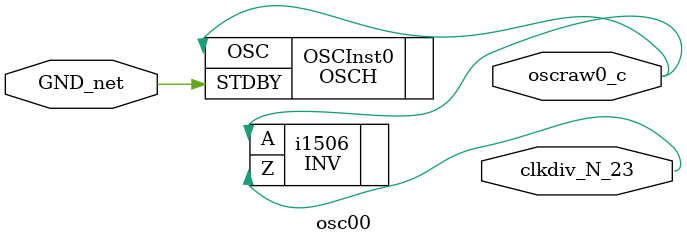
<source format=v>

module topContador (indiv0, oscraw0, oscdiv0, clk0, clr0, control0, 
            E0, display0);   // c:/users/jcvelmon/desktop/semestre actual/dsd/practica_5_v2/topcont0.vhd(9[8:19])
    input [3:0]indiv0;   // c:/users/jcvelmon/desktop/semestre actual/dsd/practica_5_v2/topcont0.vhd(11[3:9])
    output oscraw0 /* synthesis .original_dir=IN_OUT */ ;   // c:/users/jcvelmon/desktop/semestre actual/dsd/practica_5_v2/topcont0.vhd(12[5:12])
    output oscdiv0 /* synthesis .original_dir=IN_OUT */ ;   // c:/users/jcvelmon/desktop/semestre actual/dsd/practica_5_v2/topcont0.vhd(13[8:15])
    input clk0;   // c:/users/jcvelmon/desktop/semestre actual/dsd/practica_5_v2/topcont0.vhd(14[3:7])
    input clr0;   // c:/users/jcvelmon/desktop/semestre actual/dsd/practica_5_v2/topcont0.vhd(14[8:12])
    input [1:0]control0;   // c:/users/jcvelmon/desktop/semestre actual/dsd/practica_5_v2/topcont0.vhd(15[3:11])
    input [3:0]E0;   // c:/users/jcvelmon/desktop/semestre actual/dsd/practica_5_v2/topcont0.vhd(16[3:5])
    output [6:0]display0;   // c:/users/jcvelmon/desktop/semestre actual/dsd/practica_5_v2/topcont0.vhd(17[3:11])
    
    wire oscraw0_c /* synthesis is_clock=1 */ ;   // c:/users/jcvelmon/desktop/semestre actual/dsd/practica_5_v2/topcont0.vhd(12[5:12])
    wire oscdiv0_c /* synthesis is_clock=1, SET_AS_NETWORK=oscdiv0_c */ ;   // c:/users/jcvelmon/desktop/semestre actual/dsd/practica_5_v2/topcont0.vhd(13[8:15])
    
    wire indiv0_c_3, indiv0_c_2, indiv0_c_1, indiv0_c_0, clr0_c, control0_c_1, 
        control0_c_0, E0_c_3, E0_c_2, E0_c_1, E0_c_0, display0_c_6, 
        display0_c_5, display0_c_4, display0_c_3, display0_c_2, display0_c_1, 
        display0_c_0, GND_net;
    wire [20:0]sdiv;   // c:/users/jcvelmon/desktop/semestre actual/dsd/practica_5_v2/impl1/source/div00.vhd(18[8:12])
    
    wire n45, outdiv_N_171, n1588, n1406, n844, n33, n1410, n1501, 
        n1433, n1498, clkdiv_N_23_enable_22, n1492, n53, n4, n1401, 
        n45_adj_239, n1398, n1580, VCC_net, n51;
    
    OB display0_pad_4 (.I(display0_c_4), .O(display0[4]));   // c:/users/jcvelmon/desktop/semestre actual/dsd/practica_5_v2/topcont0.vhd(17[3:11])
    OB display0_pad_5 (.I(display0_c_5), .O(display0[5]));   // c:/users/jcvelmon/desktop/semestre actual/dsd/practica_5_v2/topcont0.vhd(17[3:11])
    OB display0_pad_6 (.I(display0_c_6), .O(display0[6]));   // c:/users/jcvelmon/desktop/semestre actual/dsd/practica_5_v2/topcont0.vhd(17[3:11])
    IB E0_pad_1 (.I(E0[1]), .O(E0_c_1));   // c:/users/jcvelmon/desktop/semestre actual/dsd/practica_5_v2/topcont0.vhd(16[3:5])
    IB E0_pad_2 (.I(E0[2]), .O(E0_c_2));   // c:/users/jcvelmon/desktop/semestre actual/dsd/practica_5_v2/topcont0.vhd(16[3:5])
    IB E0_pad_3 (.I(E0[3]), .O(E0_c_3));   // c:/users/jcvelmon/desktop/semestre actual/dsd/practica_5_v2/topcont0.vhd(16[3:5])
    IB control0_pad_0 (.I(control0[0]), .O(control0_c_0));   // c:/users/jcvelmon/desktop/semestre actual/dsd/practica_5_v2/topcont0.vhd(15[3:11])
    IB control0_pad_1 (.I(control0[1]), .O(control0_c_1));   // c:/users/jcvelmon/desktop/semestre actual/dsd/practica_5_v2/topcont0.vhd(15[3:11])
    IB clr0_pad (.I(clr0), .O(clr0_c));   // c:/users/jcvelmon/desktop/semestre actual/dsd/practica_5_v2/topcont0.vhd(14[8:12])
    IB indiv0_pad_0 (.I(indiv0[0]), .O(indiv0_c_0));   // c:/users/jcvelmon/desktop/semestre actual/dsd/practica_5_v2/topcont0.vhd(11[3:9])
    IB indiv0_pad_1 (.I(indiv0[1]), .O(indiv0_c_1));   // c:/users/jcvelmon/desktop/semestre actual/dsd/practica_5_v2/topcont0.vhd(11[3:9])
    IB indiv0_pad_2 (.I(indiv0[2]), .O(indiv0_c_2));   // c:/users/jcvelmon/desktop/semestre actual/dsd/practica_5_v2/topcont0.vhd(11[3:9])
    IB indiv0_pad_3 (.I(indiv0[3]), .O(indiv0_c_3));   // c:/users/jcvelmon/desktop/semestre actual/dsd/practica_5_v2/topcont0.vhd(11[3:9])
    OB oscraw0_pad (.I(oscraw0_c), .O(oscraw0));   // c:/users/jcvelmon/desktop/semestre actual/dsd/practica_5_v2/topcont0.vhd(12[5:12])
    OB display0_pad_0 (.I(display0_c_0), .O(display0[0]));   // c:/users/jcvelmon/desktop/semestre actual/dsd/practica_5_v2/topcont0.vhd(17[3:11])
    VLO i1 (.Z(GND_net));
    LUT4 i621_3_lut_3_lut (.A(E0_c_2), .B(E0_c_1), .C(E0_c_0), .Z(n53)) /* synthesis lut_function=(A ((C)+!B)+!A (C)) */ ;   // c:/users/jcvelmon/desktop/semestre actual/dsd/practica_5_v2/topcont0.vhd(16[3:5])
    defparam i621_3_lut_3_lut.init = 16'hf2f2;
    OB oscdiv0_pad (.I(oscdiv0_c), .O(oscdiv0));   // c:/users/jcvelmon/desktop/semestre actual/dsd/practica_5_v2/topcont0.vhd(13[8:15])
    LUT4 i54_4_lut_4_lut_4_lut (.A(E0_c_3), .B(E0_c_0), .C(E0_c_1), .D(E0_c_2), 
         .Z(n33)) /* synthesis lut_function=(!(A ((C+(D))+!B)+!A !(B (C (D)+!C !(D))+!B !(C+!(D))))) */ ;   // c:/users/jcvelmon/desktop/semestre actual/dsd/practica_5_v2/topcont0.vhd(16[3:5])
    defparam i54_4_lut_4_lut_4_lut.init = 16'h410c;
    LUT4 i1_4_lut_4_lut (.A(indiv0_c_1), .B(n4), .C(n1492), .D(n1406), 
         .Z(n45_adj_239)) /* synthesis lut_function=(A (B (D))+!A (B (C+(D))+!B (C))) */ ;   // c:/users/jcvelmon/desktop/semestre actual/dsd/practica_5_v2/impl1/source/div00.vhd(18[8:12])
    defparam i1_4_lut_4_lut.init = 16'hdc50;
    OB display0_pad_1 (.I(display0_c_1), .O(display0[1]));   // c:/users/jcvelmon/desktop/semestre actual/dsd/practica_5_v2/topcont0.vhd(17[3:11])
    OB display0_pad_2 (.I(display0_c_2), .O(display0[2]));   // c:/users/jcvelmon/desktop/semestre actual/dsd/practica_5_v2/topcont0.vhd(17[3:11])
    OB display0_pad_3 (.I(display0_c_3), .O(display0[3]));   // c:/users/jcvelmon/desktop/semestre actual/dsd/practica_5_v2/topcont0.vhd(17[3:11])
    IB E0_pad_0 (.I(E0[0]), .O(E0_c_0));   // c:/users/jcvelmon/desktop/semestre actual/dsd/practica_5_v2/topcont0.vhd(16[3:5])
    LUT4 i1337_4_lut_4_lut_4_lut (.A(sdiv[16]), .B(sdiv[20]), .C(indiv0_c_3), 
         .D(n1580), .Z(n51)) /* synthesis lut_function=(A (B+(C+(D)))+!A (B+(D))) */ ;
    defparam i1337_4_lut_4_lut_4_lut.init = 16'hffec;
    LUT4 n1500_bdd_2_lut_3_lut_4_lut (.A(n1498), .B(sdiv[20]), .C(n1580), 
         .D(sdiv[16]), .Z(n1501)) /* synthesis lut_function=(!((B+(C+(D)))+!A)) */ ;
    defparam n1500_bdd_2_lut_3_lut_4_lut.init = 16'h0002;
    LUT4 i746_1_lut (.A(indiv0_c_0), .Z(n844)) /* synthesis lut_function=(!(A)) */ ;   // c:/users/jcvelmon/desktop/semestre actual/dsd/practica_5_v2/topcont0.vhd(11[3:9])
    defparam i746_1_lut.init = 16'h5555;
    LUT4 i28_4_lut (.A(indiv0_c_3), .B(indiv0_c_1), .C(indiv0_c_2), .D(indiv0_c_0), 
         .Z(clkdiv_N_23_enable_22)) /* synthesis lut_function=(A (B (C)+!B !((D)+!C))+!A (B (D)+!B !(C))) */ ;   // c:/users/jcvelmon/desktop/semestre actual/dsd/practica_5_v2/topcont0.vhd(11[3:9])
    defparam i28_4_lut.init = 16'hc5a1;
    LUT4 i17_4_lut (.A(oscdiv0_c), .B(n45), .C(n1501), .D(indiv0_c_3), 
         .Z(outdiv_N_171)) /* synthesis lut_function=(A (B (C+!(D))+!B (C (D)))+!A !(B (C+!(D))+!B (C (D)))) */ ;   // c:/users/jcvelmon/desktop/semestre actual/dsd/practica_5_v2/impl1/source/div00.vhd(18[8:12])
    defparam i17_4_lut.init = 16'ha599;
    LUT4 i1_4_lut (.A(sdiv[20]), .B(n1433), .C(sdiv[19]), .D(n1398), 
         .Z(n45)) /* synthesis lut_function=(!(A+(B (C+!(D))))) */ ;   // c:/users/jcvelmon/desktop/semestre actual/dsd/practica_5_v2/impl1/source/div00.vhd(18[8:12])
    defparam i1_4_lut.init = 16'h1511;
    LUT4 i1329_4_lut (.A(indiv0_c_0), .B(indiv0_c_2), .C(sdiv[19]), .D(indiv0_c_1), 
         .Z(n1433)) /* synthesis lut_function=(A (B+(C+(D)))+!A (B+(D))) */ ;
    defparam i1329_4_lut.init = 16'hffec;
    LUT4 i1_4_lut_adj_13 (.A(sdiv[18]), .B(indiv0_c_1), .C(sdiv[17]), 
         .D(indiv0_c_2), .Z(n1398)) /* synthesis lut_function=(!(A+(B (C (D))+!B (C+!(D))))) */ ;   // c:/users/jcvelmon/desktop/semestre actual/dsd/practica_5_v2/impl1/source/div00.vhd(18[8:12])
    defparam i1_4_lut_adj_13.init = 16'h0544;
    contador REG00 (.display0_c_4(display0_c_4), .display0_c_0(display0_c_0), 
            .display0_c_1(display0_c_1), .display0_c_5(display0_c_5), .oscdiv0_c(oscdiv0_c), 
            .E0_c_1(E0_c_1), .E0_c_2(E0_c_2), .E0_c_3(E0_c_3), .E0_c_0(E0_c_0), 
            .display0_c_6(display0_c_6), .display0_c_3(display0_c_3), .display0_c_2(display0_c_2), 
            .control0_c_1(control0_c_1), .n53(n53), .n1401(n1401), .control0_c_0(control0_c_0), 
            .n33(n33));   // c:/users/jcvelmon/desktop/semestre actual/dsd/practica_5_v2/topcont0.vhd(28[9:17])
    TSALL TSALL_INST (.TSALL(GND_net));
    PUR PUR_INST (.PUR(VCC_net));
    defparam PUR_INST.RST_PULSE = 1;
    LUT4 i1_2_lut_3_lut_3_lut (.A(E0_c_2), .B(E0_c_1), .C(E0_c_0), .Z(n1401)) /* synthesis lut_function=(!(A+(B+!(C)))) */ ;   // c:/users/jcvelmon/desktop/semestre actual/dsd/practica_5_v2/topcont0.vhd(16[3:5])
    defparam i1_2_lut_3_lut_3_lut.init = 16'h1010;
    LUT4 indiv0_c_1_bdd_4_lut_1416 (.A(indiv0_c_1), .B(n1410), .C(indiv0_c_0), 
         .D(n1588), .Z(n1498)) /* synthesis lut_function=(A (C+!(D))+!A !(B+(D))) */ ;
    defparam indiv0_c_1_bdd_4_lut_1416.init = 16'ha0bb;
    GSR GSR_INST (.GSR(clr0_c));
    topdiv00 OS00 (.clkdiv_N_23_enable_22(clkdiv_N_23_enable_22), .\sdiv[16] (sdiv[16]), 
            .\sdiv[17] (sdiv[17]), .\sdiv[18] (sdiv[18]), .\sdiv[19] (sdiv[19]), 
            .oscdiv0_c(oscdiv0_c), .outdiv_N_171(outdiv_N_171), .n1410(n1410), 
            .\sdiv[20] (sdiv[20]), .indiv0_c_2(indiv0_c_2), .indiv0_c_3(indiv0_c_3), 
            .n51(n51), .GND_net(GND_net), .indiv0_c_0(indiv0_c_0), .indiv0_c_1(indiv0_c_1), 
            .n1406(n1406), .n1580(n1580), .n1588(n1588), .n45(n45_adj_239), 
            .n844(n844), .n1492(n1492), .n4(n4), .oscraw0_c(oscraw0_c));   // c:/users/jcvelmon/desktop/semestre actual/dsd/practica_5_v2/topcont0.vhd(23[10:18])
    VHI i1508 (.Z(VCC_net));
    
endmodule
//
// Verilog Description of module contador
//

module contador (display0_c_4, display0_c_0, display0_c_1, display0_c_5, 
            oscdiv0_c, E0_c_1, E0_c_2, E0_c_3, E0_c_0, display0_c_6, 
            display0_c_3, display0_c_2, control0_c_1, n53, n1401, 
            control0_c_0, n33);
    output display0_c_4;
    output display0_c_0;
    output display0_c_1;
    output display0_c_5;
    input oscdiv0_c;
    input E0_c_1;
    input E0_c_2;
    input E0_c_3;
    input E0_c_0;
    output display0_c_6;
    output display0_c_3;
    output display0_c_2;
    input control0_c_1;
    input n53;
    input n1401;
    input control0_c_0;
    input n33;
    
    wire oscdiv0_c /* synthesis is_clock=1, SET_AS_NETWORK=oscdiv0_c */ ;   // c:/users/jcvelmon/desktop/semestre actual/dsd/practica_5_v2/topcont0.vhd(13[8:15])
    
    wire n1594, n4, oscdiv0_c_enable_7;
    wire [6:0]display_6__N_200;
    
    wire n30;
    wire [6:0]display_6__N_216;
    
    wire n61, n1415, n1598, n33_c, n1564, n1563, n1507, n14, 
        n53_c, n61_adj_231, n1581, n1596, n30_adj_232, n37, n1508, 
        n1579, n15, n1493;
    wire [6:0]display_6__N_223;
    
    wire n31, n1592, n1593, n1578, n1534, n1583, n1591, n26, 
        n1502, n1409, n1421, n716, n1599, n25, n31_adj_233, n4_adj_234, 
        n460, n1402, n1585, n1586, n15_adj_235, n1511, n31_adj_236, 
        n31_adj_238, n1597, n1595, n1582;
    
    LUT4 i1_4_lut_4_lut_4_lut_else_4_lut (.A(display0_c_4), .B(display0_c_0), 
         .C(display0_c_1), .D(display0_c_5), .Z(n1594)) /* synthesis lut_function=(!(A+(B (C+(D))+!B (C)))) */ ;   // c:/users/jcvelmon/desktop/semestre actual/dsd/practica_5_v2/cont.vhd(66[5] 78[14])
    defparam i1_4_lut_4_lut_4_lut_else_4_lut.init = 16'h0105;
    LUT4 i1_2_lut_2_lut (.A(display0_c_5), .B(display0_c_1), .Z(n4)) /* synthesis lut_function=(!(A+!(B))) */ ;
    defparam i1_2_lut_2_lut.init = 16'h4444;
    FD1P3AX display_i2 (.D(display_6__N_200[1]), .SP(oscdiv0_c_enable_7), 
            .CK(oscdiv0_c), .Q(display0_c_1)) /* synthesis LSE_LINE_FILE_ID=25, LSE_LCOL=9, LSE_RCOL=17, LSE_LLINE=28, LSE_RLINE=28 */ ;   // c:/users/jcvelmon/desktop/semestre actual/dsd/practica_5_v2/cont.vhd(34[3] 80[10])
    defparam display_i2.GSR = "ENABLED";
    LUT4 i2_3_lut_3_lut_3_lut (.A(display0_c_5), .B(n30), .C(display0_c_0), 
         .Z(display_6__N_216[1])) /* synthesis lut_function=(!(A+((C)+!B))) */ ;
    defparam i2_3_lut_3_lut_3_lut.init = 16'h0404;
    FD1P3AY display_i1 (.D(display_6__N_200[0]), .SP(oscdiv0_c_enable_7), 
            .CK(oscdiv0_c), .Q(display0_c_0)) /* synthesis LSE_LINE_FILE_ID=25, LSE_LCOL=9, LSE_RCOL=17, LSE_LLINE=28, LSE_RLINE=28 */ ;   // c:/users/jcvelmon/desktop/semestre actual/dsd/practica_5_v2/cont.vhd(34[3] 80[10])
    defparam display_i1.GSR = "ENABLED";
    LUT4 mux_5_Mux_5_i61_4_lut_4_lut_4_lut (.A(E0_c_1), .B(E0_c_2), .C(E0_c_3), 
         .D(E0_c_0), .Z(n61)) /* synthesis lut_function=(A (B (C+!(D))+!B (C))+!A (B (C+(D)))) */ ;   // c:/users/jcvelmon/desktop/semestre actual/dsd/practica_5_v2/cont.vhd(66[5] 78[14])
    defparam mux_5_Mux_5_i61_4_lut_4_lut_4_lut.init = 16'he4e8;
    LUT4 n6_bdd_4_lut_then_4_lut (.A(n1415), .B(display0_c_0), .C(display0_c_6), 
         .D(display0_c_5), .Z(n1598)) /* synthesis lut_function=(!((((D)+!C)+!B)+!A)) */ ;
    defparam n6_bdd_4_lut_then_4_lut.init = 16'h0080;
    LUT4 i1_4_lut_4_lut_4_lut (.A(display0_c_3), .B(display0_c_4), .C(display0_c_2), 
         .D(display0_c_1), .Z(n33_c)) /* synthesis lut_function=(!(A+(B (C+!(D))+!B !(C (D)+!C !(D))))) */ ;
    defparam i1_4_lut_4_lut_4_lut.init = 16'h1401;
    PFUMX i1439 (.BLUT(n1564), .ALUT(n1563), .C0(control0_c_1), .Z(display_6__N_200[4]));
    LUT4 display0_c_3_bdd_4_lut_1403 (.A(display0_c_3), .B(display0_c_0), 
         .C(display0_c_6), .D(display0_c_1), .Z(n1507)) /* synthesis lut_function=(!(A (B+((D)+!C))+!A (B+(C+!(D))))) */ ;
    defparam display0_c_3_bdd_4_lut_1403.init = 16'h0120;
    LUT4 i25_4_lut_4_lut (.A(display0_c_1), .B(display0_c_2), .C(display0_c_3), 
         .D(display0_c_5), .Z(n14)) /* synthesis lut_function=(!(A (((D)+!C)+!B)+!A (B+(C+!(D))))) */ ;
    defparam i25_4_lut_4_lut.init = 16'h0180;
    LUT4 mux_5_Mux_1_i53_4_lut_3_lut (.A(E0_c_0), .B(E0_c_1), .C(E0_c_2), 
         .Z(n53_c)) /* synthesis lut_function=(A (B+!(C))+!A !((C)+!B)) */ ;   // c:/users/jcvelmon/desktop/semestre actual/dsd/practica_5_v2/cont.vhd(66[5] 78[14])
    defparam mux_5_Mux_1_i53_4_lut_3_lut.init = 16'h8e8e;
    PFUMX mux_5_Mux_2_i61 (.BLUT(n53), .ALUT(n1401), .C0(E0_c_3), .Z(n61_adj_231));
    LUT4 i1375_2_lut_rep_14 (.A(display0_c_6), .B(display0_c_3), .Z(n1581)) /* synthesis lut_function=(!(A+(B))) */ ;
    defparam i1375_2_lut_rep_14.init = 16'h1111;
    LUT4 i2_2_lut_4_lut (.A(n1596), .B(n30_adj_232), .C(control0_c_0), 
         .D(n1581), .Z(n37)) /* synthesis lut_function=(A (B (D)+!B !(C+!(D)))+!A (B (C (D)))) */ ;
    defparam i2_2_lut_4_lut.init = 16'hca00;
    LUT4 n1508_bdd_4_lut (.A(n1508), .B(n1507), .C(display0_c_2), .D(display0_c_4), 
         .Z(n1579)) /* synthesis lut_function=(!(A (B (D)+!B (C+(D)))+!A (((D)+!C)+!B))) */ ;
    defparam n1508_bdd_4_lut.init = 16'h00ca;
    LUT4 i26_4_lut_3_lut (.A(display0_c_0), .B(display0_c_3), .C(display0_c_2), 
         .Z(n15)) /* synthesis lut_function=(!(A (B+(C))+!A !(B (C)))) */ ;
    defparam i26_4_lut_3_lut.init = 16'h4242;
    LUT4 display0_c_3_bdd_4_lut_1396 (.A(display0_c_3), .B(display0_c_0), 
         .C(control0_c_0), .D(display0_c_6), .Z(n1493)) /* synthesis lut_function=(A ((C+!(D))+!B)+!A (B+((D)+!C))) */ ;
    defparam display0_c_3_bdd_4_lut_1396.init = 16'hf7ef;
    LUT4 i1353_3_lut (.A(display_6__N_223[5]), .B(display_6__N_216[5]), 
         .C(control0_c_0), .Z(n31)) /* synthesis lut_function=(A (B+!(C))+!A (B (C))) */ ;   // c:/users/jcvelmon/desktop/semestre actual/dsd/practica_5_v2/cont.vhd(66[5] 78[14])
    defparam i1353_3_lut.init = 16'hcaca;
    LUT4 i1351_3_lut_then_4_lut (.A(display0_c_6), .B(display0_c_2), .C(display0_c_4), 
         .D(display0_c_3), .Z(n1592)) /* synthesis lut_function=(!(((C+!(D))+!B)+!A)) */ ;
    defparam i1351_3_lut_then_4_lut.init = 16'h0800;
    LUT4 n11_bdd_4_lut (.A(n1593), .B(n4), .C(display_6__N_223[0]), .D(control0_c_0), 
         .Z(n1578)) /* synthesis lut_function=(A (B (C+(D))+!B !((D)+!C))+!A !((D)+!C)) */ ;
    defparam n11_bdd_4_lut.init = 16'h88f0;
    LUT4 i2_3_lut_4_lut_4_lut (.A(display0_c_0), .B(n1534), .C(display0_c_3), 
         .D(display0_c_6), .Z(display_6__N_216[6])) /* synthesis lut_function=(!(A+((C+(D))+!B))) */ ;
    defparam i2_3_lut_4_lut_4_lut.init = 16'h0004;
    LUT4 i1372_2_lut_rep_16 (.A(display0_c_0), .B(display0_c_2), .Z(n1583)) /* synthesis lut_function=(!(A+(B))) */ ;
    defparam i1372_2_lut_rep_16.init = 16'h1111;
    LUT4 display0_c_2_bdd_4_lut_1441 (.A(display0_c_2), .B(display0_c_1), 
         .C(display0_c_5), .D(display0_c_4), .Z(n1534)) /* synthesis lut_function=(!(A (B+((D)+!C))+!A ((C+!(D))+!B))) */ ;
    defparam display0_c_2_bdd_4_lut_1441.init = 16'h0420;
    LUT4 i1351_3_lut_else_4_lut (.A(display0_c_6), .B(display0_c_2), .C(display0_c_4), 
         .D(display0_c_3), .Z(n1591)) /* synthesis lut_function=(!(A+(B+((D)+!C)))) */ ;
    defparam i1351_3_lut_else_4_lut.init = 16'h0010;
    LUT4 i1_4_lut (.A(n26), .B(n1502), .C(n1409), .D(n1421), .Z(display_6__N_216[2])) /* synthesis lut_function=(A (B (C+!(D))+!B (C))+!A !((D)+!B)) */ ;
    defparam i1_4_lut.init = 16'ha0ec;
    LUT4 i1378_2_lut_3_lut (.A(display0_c_0), .B(display0_c_2), .C(display0_c_1), 
         .Z(n716)) /* synthesis lut_function=(!(A+(B+(C)))) */ ;
    defparam i1378_2_lut_3_lut.init = 16'h0101;
    LUT4 i1_4_lut_4_lut (.A(display0_c_4), .B(n1599), .C(n1409), .D(n25), 
         .Z(display_6__N_223[1])) /* synthesis lut_function=(A (C (D))+!A (B+(C (D)))) */ ;   // c:/users/jcvelmon/desktop/semestre actual/dsd/practica_5_v2/cont.vhd(66[5] 78[14])
    defparam i1_4_lut_4_lut.init = 16'hf444;
    LUT4 mux_5_Mux_6_i63_4_lut (.A(n31_adj_233), .B(E0_c_3), .C(control0_c_1), 
         .D(n4_adj_234), .Z(display_6__N_200[6])) /* synthesis lut_function=(!(A (B (C)+!B !((D)+!C))+!A (B+!(C (D))))) */ ;   // c:/users/jcvelmon/desktop/semestre actual/dsd/practica_5_v2/cont.vhd(66[5] 78[14])
    defparam mux_5_Mux_6_i63_4_lut.init = 16'h3a0a;
    LUT4 E0_c_2_bdd_4_lut_1438 (.A(E0_c_2), .B(E0_c_1), .C(E0_c_0), .D(E0_c_3), 
         .Z(n1563)) /* synthesis lut_function=(A (D)+!A (B ((D)+!C))) */ ;
    defparam E0_c_2_bdd_4_lut_1438.init = 16'hee04;
    PFUMX i49 (.BLUT(n33_c), .ALUT(n460), .C0(display0_c_6), .Z(n30));
    LUT4 i1_3_lut (.A(E0_c_0), .B(E0_c_1), .C(E0_c_2), .Z(n4_adj_234)) /* synthesis lut_function=(!(A (B+(C))+!A (B+!(C)))) */ ;
    defparam i1_3_lut.init = 16'h1212;
    LUT4 display0_c_3_bdd_4_lut_1397 (.A(display0_c_3), .B(n1402), .C(display0_c_6), 
         .D(display0_c_5), .Z(display_6__N_223[5])) /* synthesis lut_function=(!(A (((D)+!C)+!B)+!A ((C+!(D))+!B))) */ ;
    defparam display0_c_3_bdd_4_lut_1397.init = 16'h0480;
    LUT4 i1368_2_lut_rep_18 (.A(display0_c_6), .B(display0_c_5), .Z(n1585)) /* synthesis lut_function=(!(A+(B))) */ ;
    defparam i1368_2_lut_rep_18.init = 16'h1111;
    PFUMX i1444 (.BLUT(n1591), .ALUT(n1592), .C0(display0_c_0), .Z(n1593));
    FD1P3AX display_i7 (.D(display_6__N_200[6]), .SP(oscdiv0_c_enable_7), 
            .CK(oscdiv0_c), .Q(display0_c_6)) /* synthesis LSE_LINE_FILE_ID=25, LSE_LCOL=9, LSE_RCOL=17, LSE_LLINE=28, LSE_RLINE=28 */ ;   // c:/users/jcvelmon/desktop/semestre actual/dsd/practica_5_v2/cont.vhd(34[3] 80[10])
    defparam display_i7.GSR = "ENABLED";
    LUT4 i2_3_lut_4_lut (.A(display0_c_6), .B(display0_c_5), .C(n15), 
         .D(n1586), .Z(display_6__N_223[0])) /* synthesis lut_function=(!(A+(B+!(C (D))))) */ ;
    defparam i2_3_lut_4_lut.init = 16'h1000;
    LUT4 i26_3_lut_4_lut_3_lut (.A(display0_c_1), .B(display0_c_0), .C(display0_c_2), 
         .Z(n15_adj_235)) /* synthesis lut_function=(!(A (B+!(C))+!A ((C)+!B))) */ ;
    defparam i26_3_lut_4_lut_3_lut.init = 16'h2424;
    FD1P3AX display_i6 (.D(display_6__N_200[5]), .SP(oscdiv0_c_enable_7), 
            .CK(oscdiv0_c), .Q(display0_c_5)) /* synthesis LSE_LINE_FILE_ID=25, LSE_LCOL=9, LSE_RCOL=17, LSE_LLINE=28, LSE_RLINE=28 */ ;   // c:/users/jcvelmon/desktop/semestre actual/dsd/practica_5_v2/cont.vhd(34[3] 80[10])
    defparam display_i6.GSR = "ENABLED";
    FD1P3AX display_i5 (.D(display_6__N_200[4]), .SP(oscdiv0_c_enable_7), 
            .CK(oscdiv0_c), .Q(display0_c_4)) /* synthesis LSE_LINE_FILE_ID=25, LSE_LCOL=9, LSE_RCOL=17, LSE_LLINE=28, LSE_RLINE=28 */ ;   // c:/users/jcvelmon/desktop/semestre actual/dsd/practica_5_v2/cont.vhd(34[3] 80[10])
    defparam display_i5.GSR = "ENABLED";
    FD1P3AX display_i4 (.D(display_6__N_200[3]), .SP(oscdiv0_c_enable_7), 
            .CK(oscdiv0_c), .Q(display0_c_3)) /* synthesis LSE_LINE_FILE_ID=25, LSE_LCOL=9, LSE_RCOL=17, LSE_LLINE=28, LSE_RLINE=28 */ ;   // c:/users/jcvelmon/desktop/semestre actual/dsd/practica_5_v2/cont.vhd(34[3] 80[10])
    defparam display_i4.GSR = "ENABLED";
    LUT4 i1390_2_lut_rep_19 (.A(display0_c_1), .B(display0_c_4), .Z(n1586)) /* synthesis lut_function=(!(A+(B))) */ ;
    defparam i1390_2_lut_rep_19.init = 16'h1111;
    FD1P3AX display_i3 (.D(display_6__N_200[2]), .SP(oscdiv0_c_enable_7), 
            .CK(oscdiv0_c), .Q(display0_c_2)) /* synthesis LSE_LINE_FILE_ID=25, LSE_LCOL=9, LSE_RCOL=17, LSE_LLINE=28, LSE_RLINE=28 */ ;   // c:/users/jcvelmon/desktop/semestre actual/dsd/practica_5_v2/cont.vhd(34[3] 80[10])
    defparam display_i3.GSR = "ENABLED";
    LUT4 i1317_2_lut_3_lut (.A(display0_c_1), .B(display0_c_4), .C(display0_c_0), 
         .Z(n1421)) /* synthesis lut_function=(A+(B+(C))) */ ;
    defparam i1317_2_lut_3_lut.init = 16'hfefe;
    LUT4 i1_2_lut_3_lut_4_lut (.A(display0_c_1), .B(display0_c_4), .C(display0_c_3), 
         .D(display0_c_2), .Z(n460)) /* synthesis lut_function=(!(A+(B+!(C (D))))) */ ;
    defparam i1_2_lut_3_lut_4_lut.init = 16'h1000;
    LUT4 i1_4_lut_4_lut_adj_10 (.A(display0_c_5), .B(n1579), .C(n1511), 
         .D(n1581), .Z(display_6__N_223[2])) /* synthesis lut_function=(A (C (D))+!A (B+(C (D)))) */ ;
    defparam i1_4_lut_4_lut_adj_10.init = 16'hf444;
    L6MUX21 mux_5_Mux_2_i63 (.D0(n31_adj_236), .D1(n61_adj_231), .SD(control0_c_1), 
            .Z(display_6__N_200[2]));
    LUT4 i1_2_lut (.A(control0_c_0), .B(control0_c_1), .Z(oscdiv0_c_enable_7)) /* synthesis lut_function=(A+!(B)) */ ;
    defparam i1_2_lut.init = 16'hbbbb;
    PFUMX i56 (.BLUT(n37), .ALUT(n33), .C0(control0_c_1), .Z(display_6__N_200[3]));
    LUT4 E0_c_2_bdd_4_lut (.A(n1415), .B(n1493), .C(display0_c_5), .D(display0_c_4), 
         .Z(n1564)) /* synthesis lut_function=(!((B+(C+(D)))+!A)) */ ;
    defparam E0_c_2_bdd_4_lut.init = 16'h0002;
    LUT4 i3_4_lut (.A(display0_c_6), .B(display0_c_4), .C(n14), .D(display0_c_0), 
         .Z(display_6__N_216[5])) /* synthesis lut_function=(!(A+(B+((D)+!C)))) */ ;
    defparam i3_4_lut.init = 16'h0010;
    PFUMX mux_5_Mux_2_i31 (.BLUT(display_6__N_223[2]), .ALUT(display_6__N_216[2]), 
          .C0(control0_c_0), .Z(n31_adj_236));
    LUT4 i43_3_lut_4_lut_3_lut (.A(display0_c_1), .B(display0_c_0), .C(display0_c_4), 
         .Z(n25)) /* synthesis lut_function=(!(A (B+!(C))+!A ((C)+!B))) */ ;
    defparam i43_3_lut_4_lut_3_lut.init = 16'h2424;
    LUT4 display0_c_3_bdd_3_lut_1404 (.A(display0_c_3), .B(display0_c_6), 
         .C(display0_c_1), .Z(n1508)) /* synthesis lut_function=(!(A+(B+(C)))) */ ;
    defparam display0_c_3_bdd_3_lut_1404.init = 16'h0101;
    PFUMX mux_5_Mux_1_i31 (.BLUT(display_6__N_223[1]), .ALUT(display_6__N_216[1]), 
          .C0(control0_c_0), .Z(n31_adj_238));
    LUT4 mux_5_Mux_1_i63_4_lut (.A(n31_adj_238), .B(n53_c), .C(control0_c_1), 
         .D(E0_c_3), .Z(display_6__N_200[1])) /* synthesis lut_function=(!(A (B (C (D))+!B (C))+!A (((D)+!C)+!B))) */ ;   // c:/users/jcvelmon/desktop/semestre actual/dsd/practica_5_v2/cont.vhd(66[5] 78[14])
    defparam mux_5_Mux_1_i63_4_lut.init = 16'h0aca;
    LUT4 n6_bdd_4_lut_else_4_lut (.A(n716), .B(display0_c_6), .C(display0_c_5), 
         .Z(n1597)) /* synthesis lut_function=(!((B+!(C))+!A)) */ ;
    defparam n6_bdd_4_lut_else_4_lut.init = 16'h2020;
    LUT4 i1311_2_lut (.A(display0_c_2), .B(display0_c_1), .Z(n1415)) /* synthesis lut_function=(A (B)) */ ;
    defparam i1311_2_lut.init = 16'h8888;
    PFUMX mux_5_Mux_5_i63 (.BLUT(n31), .ALUT(n61), .C0(control0_c_1), 
          .Z(display_6__N_200[5]));
    LUT4 n706_bdd_4_lut_4_lut (.A(display0_c_5), .B(display0_c_1), .C(display0_c_4), 
         .D(n1583), .Z(n1511)) /* synthesis lut_function=(!(A (B+(C+!(D)))+!A !(B (C (D))+!B !(C+!(D))))) */ ;
    defparam n706_bdd_4_lut_4_lut.init = 16'h4300;
    LUT4 i57_4_lut_4_lut (.A(display0_c_2), .B(n26), .C(display0_c_5), 
         .D(n1402), .Z(n30_adj_232)) /* synthesis lut_function=(A (C (D))+!A (B ((D)+!C)+!B (C (D)))) */ ;   // c:/users/jcvelmon/desktop/semestre actual/dsd/practica_5_v2/cont.vhd(61[10:14])
    defparam i57_4_lut_4_lut.init = 16'hf404;
    LUT4 i1_4_lut_4_lut_4_lut_then_4_lut (.A(display0_c_4), .B(display0_c_0), 
         .C(display0_c_1), .D(display0_c_5), .Z(n1595)) /* synthesis lut_function=(!(A+(B+((D)+!C)))) */ ;   // c:/users/jcvelmon/desktop/semestre actual/dsd/practica_5_v2/cont.vhd(66[5] 78[14])
    defparam i1_4_lut_4_lut_4_lut_then_4_lut.init = 16'h0010;
    LUT4 i1_4_lut_adj_11 (.A(n1585), .B(display0_c_4), .C(n15_adj_235), 
         .D(display0_c_3), .Z(display_6__N_223[6])) /* synthesis lut_function=(!((B+((D)+!C))+!A)) */ ;
    defparam i1_4_lut_adj_11.init = 16'h0020;
    LUT4 i1380_2_lut_2_lut_3_lut_4_lut (.A(display0_c_2), .B(display0_c_3), 
         .C(display0_c_5), .D(display0_c_6), .Z(n1409)) /* synthesis lut_function=(!(A+(B+(C+(D))))) */ ;
    defparam i1380_2_lut_2_lut_3_lut_4_lut.init = 16'h0001;
    LUT4 i599_2_lut_rep_15 (.A(E0_c_1), .B(E0_c_2), .Z(n1582)) /* synthesis lut_function=(A+(B)) */ ;   // c:/users/jcvelmon/desktop/semestre actual/dsd/practica_5_v2/cont.vhd(66[5] 78[14])
    defparam i599_2_lut_rep_15.init = 16'heeee;
    LUT4 display0_c_3_bdd_4_lut_1400 (.A(display0_c_3), .B(display0_c_2), 
         .C(display0_c_6), .D(display0_c_5), .Z(n1502)) /* synthesis lut_function=(!(A (((D)+!C)+!B)+!A (C+!(D)))) */ ;
    defparam display0_c_3_bdd_4_lut_1400.init = 16'h0580;
    PFUMX i1446 (.BLUT(n1594), .ALUT(n1595), .C0(display0_c_2), .Z(n1596));
    LUT4 display0_c_0_bdd_3_lut_1501 (.A(display0_c_0), .B(display0_c_4), 
         .C(display0_c_1), .Z(n26)) /* synthesis lut_function=(!(A (B+(C))+!A !(B (C)+!B !(C)))) */ ;
    defparam display0_c_0_bdd_3_lut_1501.init = 16'h4343;
    LUT4 i1_2_lut_3_lut_4_lut_adj_12 (.A(display0_c_4), .B(display0_c_2), 
         .C(display0_c_0), .D(display0_c_1), .Z(n1402)) /* synthesis lut_function=(!(A+((C+(D))+!B))) */ ;
    defparam i1_2_lut_3_lut_4_lut_adj_12.init = 16'h0004;
    LUT4 mux_5_Mux_0_i63_4_lut (.A(n1578), .B(E0_c_3), .C(control0_c_1), 
         .D(n1582), .Z(display_6__N_200[0])) /* synthesis lut_function=(!(A (B (C)+!B (C (D)))+!A (B+((D)+!C)))) */ ;   // c:/users/jcvelmon/desktop/semestre actual/dsd/practica_5_v2/cont.vhd(66[5] 78[14])
    defparam mux_5_Mux_0_i63_4_lut.init = 16'h0a3a;
    PFUMX i1448 (.BLUT(n1597), .ALUT(n1598), .C0(display0_c_3), .Z(n1599));
    PFUMX mux_5_Mux_6_i31 (.BLUT(display_6__N_223[6]), .ALUT(display_6__N_216[6]), 
          .C0(control0_c_0), .Z(n31_adj_233));
    
endmodule
//
// Verilog Description of module TSALL
// module not written out since it is a black-box. 
//

//
// Verilog Description of module PUR
// module not written out since it is a black-box. 
//

//
// Verilog Description of module topdiv00
//

module topdiv00 (clkdiv_N_23_enable_22, \sdiv[16] , \sdiv[17] , \sdiv[18] , 
            \sdiv[19] , oscdiv0_c, outdiv_N_171, n1410, \sdiv[20] , 
            indiv0_c_2, indiv0_c_3, n51, GND_net, indiv0_c_0, indiv0_c_1, 
            n1406, n1580, n1588, n45, n844, n1492, n4, oscraw0_c);
    input clkdiv_N_23_enable_22;
    output \sdiv[16] ;
    output \sdiv[17] ;
    output \sdiv[18] ;
    output \sdiv[19] ;
    output oscdiv0_c;
    input outdiv_N_171;
    output n1410;
    output \sdiv[20] ;
    input indiv0_c_2;
    input indiv0_c_3;
    input n51;
    input GND_net;
    input indiv0_c_0;
    input indiv0_c_1;
    output n1406;
    output n1580;
    output n1588;
    input n45;
    input n844;
    output n1492;
    output n4;
    output oscraw0_c;
    
    wire clkdiv_N_23 /* synthesis is_inv_clock=1 */ ;   // c:/users/jcvelmon/desktop/semestre actual/dsd/practica_5_v2/impl1/source/div00.vhd(18[8:12])
    wire oscdiv0_c /* synthesis is_clock=1, SET_AS_NETWORK=oscdiv0_c */ ;   // c:/users/jcvelmon/desktop/semestre actual/dsd/practica_5_v2/topcont0.vhd(13[8:15])
    wire oscraw0_c /* synthesis is_clock=1 */ ;   // c:/users/jcvelmon/desktop/semestre actual/dsd/practica_5_v2/topcont0.vhd(12[5:12])
    
    div00 OS01 (.clkdiv_N_23(clkdiv_N_23), .clkdiv_N_23_enable_22(clkdiv_N_23_enable_22), 
          .\sdiv[16] (\sdiv[16] ), .\sdiv[17] (\sdiv[17] ), .\sdiv[18] (\sdiv[18] ), 
          .\sdiv[19] (\sdiv[19] ), .oscdiv0_c(oscdiv0_c), .outdiv_N_171(outdiv_N_171), 
          .n1410(n1410), .\sdiv[20] (\sdiv[20] ), .indiv0_c_2(indiv0_c_2), 
          .indiv0_c_3(indiv0_c_3), .n51(n51), .GND_net(GND_net), .indiv0_c_0(indiv0_c_0), 
          .indiv0_c_1(indiv0_c_1), .n1406(n1406), .n1580(n1580), .n1588(n1588), 
          .n45(n45), .n844(n844), .n1492(n1492), .n4(n4));   // c:/users/jcvelmon/desktop/semestre actual/dsd/practica_5_v2/impl1/source/topdiv00.vhd(23[9:14])
    osc00 OS00 (.GND_net(GND_net), .oscraw0_c(oscraw0_c), .clkdiv_N_23(clkdiv_N_23));   // c:/users/jcvelmon/desktop/semestre actual/dsd/practica_5_v2/impl1/source/topdiv00.vhd(21[9:14])
    
endmodule
//
// Verilog Description of module div00
//

module div00 (clkdiv_N_23, clkdiv_N_23_enable_22, \sdiv[16] , \sdiv[17] , 
            \sdiv[18] , \sdiv[19] , oscdiv0_c, outdiv_N_171, n1410, 
            \sdiv[20] , indiv0_c_2, indiv0_c_3, n51, GND_net, indiv0_c_0, 
            indiv0_c_1, n1406, n1580, n1588, n45, n844, n1492, 
            n4);
    input clkdiv_N_23;
    input clkdiv_N_23_enable_22;
    output \sdiv[16] ;
    output \sdiv[17] ;
    output \sdiv[18] ;
    output \sdiv[19] ;
    output oscdiv0_c;
    input outdiv_N_171;
    output n1410;
    output \sdiv[20] ;
    input indiv0_c_2;
    input indiv0_c_3;
    input n51;
    input GND_net;
    input indiv0_c_0;
    input indiv0_c_1;
    output n1406;
    output n1580;
    output n1588;
    input n45;
    input n844;
    output n1492;
    output n4;
    
    wire clkdiv_N_23 /* synthesis is_inv_clock=1 */ ;   // c:/users/jcvelmon/desktop/semestre actual/dsd/practica_5_v2/impl1/source/div00.vhd(18[8:12])
    wire oscdiv0_c /* synthesis is_clock=1, SET_AS_NETWORK=oscdiv0_c */ ;   // c:/users/jcvelmon/desktop/semestre actual/dsd/practica_5_v2/topcont0.vhd(13[8:15])
    wire [20:0]sdiv;   // c:/users/jcvelmon/desktop/semestre actual/dsd/practica_5_v2/impl1/source/div00.vhd(18[8:12])
    
    wire n580;
    wire [20:0]n89;
    
    wire n10, n13, n48, n1190, n1189, n1188, n1187, n1439, n34, 
        n1587, n1404, n36, n1186, n1185, n1184, n1181, n1183, 
        n1182;
    
    FD1P3IX sdiv_106__i9 (.D(n89[9]), .SP(clkdiv_N_23_enable_22), .CD(n580), 
            .CK(clkdiv_N_23), .Q(sdiv[9])) /* synthesis syn_use_carry_chain=1 */ ;   // C:/lscc/diamond/3.9/ispfpga/vhdl_packages/syn_arit.vhd(928[41:65])
    defparam sdiv_106__i9.GSR = "DISABLED";
    FD1P3IX sdiv_106__i16 (.D(n89[16]), .SP(clkdiv_N_23_enable_22), .CD(n580), 
            .CK(clkdiv_N_23), .Q(\sdiv[16] )) /* synthesis syn_use_carry_chain=1 */ ;   // C:/lscc/diamond/3.9/ispfpga/vhdl_packages/syn_arit.vhd(928[41:65])
    defparam sdiv_106__i16.GSR = "DISABLED";
    FD1P3IX sdiv_106__i17 (.D(n89[17]), .SP(clkdiv_N_23_enable_22), .CD(n580), 
            .CK(clkdiv_N_23), .Q(\sdiv[17] )) /* synthesis syn_use_carry_chain=1 */ ;   // C:/lscc/diamond/3.9/ispfpga/vhdl_packages/syn_arit.vhd(928[41:65])
    defparam sdiv_106__i17.GSR = "DISABLED";
    FD1P3IX sdiv_106__i18 (.D(n89[18]), .SP(clkdiv_N_23_enable_22), .CD(n580), 
            .CK(clkdiv_N_23), .Q(\sdiv[18] )) /* synthesis syn_use_carry_chain=1 */ ;   // C:/lscc/diamond/3.9/ispfpga/vhdl_packages/syn_arit.vhd(928[41:65])
    defparam sdiv_106__i18.GSR = "DISABLED";
    FD1P3IX sdiv_106__i19 (.D(n89[19]), .SP(clkdiv_N_23_enable_22), .CD(n580), 
            .CK(clkdiv_N_23), .Q(\sdiv[19] )) /* synthesis syn_use_carry_chain=1 */ ;   // C:/lscc/diamond/3.9/ispfpga/vhdl_packages/syn_arit.vhd(928[41:65])
    defparam sdiv_106__i19.GSR = "DISABLED";
    FD1P3AX outdiv_58 (.D(outdiv_N_171), .SP(clkdiv_N_23_enable_22), .CK(clkdiv_N_23), 
            .Q(oscdiv0_c)) /* synthesis LSE_LINE_FILE_ID=21, LSE_LCOL=9, LSE_RCOL=14, LSE_LLINE=23, LSE_RLINE=23 */ ;   // c:/users/jcvelmon/desktop/semestre actual/dsd/practica_5_v2/impl1/source/div00.vhd(22[3] 75[11])
    defparam outdiv_58.GSR = "DISABLED";
    FD1P3IX sdiv_106__i10 (.D(n89[10]), .SP(clkdiv_N_23_enable_22), .CD(n580), 
            .CK(clkdiv_N_23), .Q(sdiv[10])) /* synthesis syn_use_carry_chain=1 */ ;   // C:/lscc/diamond/3.9/ispfpga/vhdl_packages/syn_arit.vhd(928[41:65])
    defparam sdiv_106__i10.GSR = "DISABLED";
    LUT4 i1_2_lut (.A(sdiv[13]), .B(sdiv[12]), .Z(n1410)) /* synthesis lut_function=(A+(B)) */ ;   // C:/lscc/diamond/3.9/ispfpga/vhdl_packages/syn_arit.vhd(928[41:65])
    defparam i1_2_lut.init = 16'heeee;
    FD1P3IX sdiv_106__i11 (.D(n89[11]), .SP(clkdiv_N_23_enable_22), .CD(n580), 
            .CK(clkdiv_N_23), .Q(sdiv[11])) /* synthesis syn_use_carry_chain=1 */ ;   // C:/lscc/diamond/3.9/ispfpga/vhdl_packages/syn_arit.vhd(928[41:65])
    defparam sdiv_106__i11.GSR = "DISABLED";
    LUT4 i2_4_lut (.A(\sdiv[20] ), .B(indiv0_c_2), .C(\sdiv[19] ), .D(indiv0_c_3), 
         .Z(n10)) /* synthesis lut_function=(!(A (B+(D))+!A (B+((D)+!C)))) */ ;   // C:/lscc/diamond/3.9/ispfpga/vhdl_packages/syn_arit.vhd(928[41:65])
    defparam i2_4_lut.init = 16'h0032;
    FD1P3IX sdiv_106__i2 (.D(n89[2]), .SP(clkdiv_N_23_enable_22), .CD(n580), 
            .CK(clkdiv_N_23), .Q(sdiv[2])) /* synthesis syn_use_carry_chain=1 */ ;   // C:/lscc/diamond/3.9/ispfpga/vhdl_packages/syn_arit.vhd(928[41:65])
    defparam sdiv_106__i2.GSR = "DISABLED";
    PFUMX i73 (.BLUT(n13), .ALUT(n51), .C0(indiv0_c_2), .Z(n48));
    FD1P3IX sdiv_106__i3 (.D(n89[3]), .SP(clkdiv_N_23_enable_22), .CD(n580), 
            .CK(clkdiv_N_23), .Q(sdiv[3])) /* synthesis syn_use_carry_chain=1 */ ;   // C:/lscc/diamond/3.9/ispfpga/vhdl_packages/syn_arit.vhd(928[41:65])
    defparam sdiv_106__i3.GSR = "DISABLED";
    CCU2D sdiv_106_add_4_21 (.A0(\sdiv[19] ), .B0(GND_net), .C0(GND_net), 
          .D0(GND_net), .A1(\sdiv[20] ), .B1(GND_net), .C1(GND_net), 
          .D1(GND_net), .CIN(n1190), .S0(n89[19]), .S1(n89[20]));   // C:/lscc/diamond/3.9/ispfpga/vhdl_packages/syn_arit.vhd(928[41:65])
    defparam sdiv_106_add_4_21.INIT0 = 16'hfaaa;
    defparam sdiv_106_add_4_21.INIT1 = 16'hfaaa;
    defparam sdiv_106_add_4_21.INJECT1_0 = "NO";
    defparam sdiv_106_add_4_21.INJECT1_1 = "NO";
    CCU2D sdiv_106_add_4_19 (.A0(\sdiv[17] ), .B0(GND_net), .C0(GND_net), 
          .D0(GND_net), .A1(\sdiv[18] ), .B1(GND_net), .C1(GND_net), 
          .D1(GND_net), .CIN(n1189), .COUT(n1190), .S0(n89[17]), .S1(n89[18]));   // C:/lscc/diamond/3.9/ispfpga/vhdl_packages/syn_arit.vhd(928[41:65])
    defparam sdiv_106_add_4_19.INIT0 = 16'hfaaa;
    defparam sdiv_106_add_4_19.INIT1 = 16'hfaaa;
    defparam sdiv_106_add_4_19.INJECT1_0 = "NO";
    defparam sdiv_106_add_4_19.INJECT1_1 = "NO";
    CCU2D sdiv_106_add_4_17 (.A0(sdiv[15]), .B0(GND_net), .C0(GND_net), 
          .D0(GND_net), .A1(\sdiv[16] ), .B1(GND_net), .C1(GND_net), 
          .D1(GND_net), .CIN(n1188), .COUT(n1189), .S0(n89[15]), .S1(n89[16]));   // C:/lscc/diamond/3.9/ispfpga/vhdl_packages/syn_arit.vhd(928[41:65])
    defparam sdiv_106_add_4_17.INIT0 = 16'hfaaa;
    defparam sdiv_106_add_4_17.INIT1 = 16'hfaaa;
    defparam sdiv_106_add_4_17.INJECT1_0 = "NO";
    defparam sdiv_106_add_4_17.INJECT1_1 = "NO";
    CCU2D sdiv_106_add_4_15 (.A0(sdiv[13]), .B0(GND_net), .C0(GND_net), 
          .D0(GND_net), .A1(sdiv[14]), .B1(GND_net), .C1(GND_net), .D1(GND_net), 
          .CIN(n1187), .COUT(n1188), .S0(n89[13]), .S1(n89[14]));   // C:/lscc/diamond/3.9/ispfpga/vhdl_packages/syn_arit.vhd(928[41:65])
    defparam sdiv_106_add_4_15.INIT0 = 16'hfaaa;
    defparam sdiv_106_add_4_15.INIT1 = 16'hfaaa;
    defparam sdiv_106_add_4_15.INJECT1_0 = "NO";
    defparam sdiv_106_add_4_15.INJECT1_1 = "NO";
    FD1P3IX sdiv_106__i7 (.D(n89[7]), .SP(clkdiv_N_23_enable_22), .CD(n580), 
            .CK(clkdiv_N_23), .Q(sdiv[7])) /* synthesis syn_use_carry_chain=1 */ ;   // C:/lscc/diamond/3.9/ispfpga/vhdl_packages/syn_arit.vhd(928[41:65])
    defparam sdiv_106__i7.GSR = "DISABLED";
    FD1P3IX sdiv_106__i8 (.D(n89[8]), .SP(clkdiv_N_23_enable_22), .CD(n580), 
            .CK(clkdiv_N_23), .Q(sdiv[8])) /* synthesis syn_use_carry_chain=1 */ ;   // C:/lscc/diamond/3.9/ispfpga/vhdl_packages/syn_arit.vhd(928[41:65])
    defparam sdiv_106__i8.GSR = "DISABLED";
    LUT4 i1383_2_lut (.A(indiv0_c_0), .B(indiv0_c_1), .Z(n1439)) /* synthesis lut_function=(!(A (B))) */ ;   // C:/lscc/diamond/3.9/ispfpga/vhdl_packages/syn_arit.vhd(928[41:65])
    defparam i1383_2_lut.init = 16'h7777;
    LUT4 i1_2_lut_adj_8 (.A(clkdiv_N_23_enable_22), .B(n34), .Z(n580)) /* synthesis lut_function=(A (B)) */ ;   // C:/lscc/diamond/3.9/ispfpga/vhdl_packages/syn_arit.vhd(928[41:65])
    defparam i1_2_lut_adj_8.init = 16'h8888;
    FD1P3IX sdiv_106__i12 (.D(n89[12]), .SP(clkdiv_N_23_enable_22), .CD(n580), 
            .CK(clkdiv_N_23), .Q(sdiv[12])) /* synthesis syn_use_carry_chain=1 */ ;   // C:/lscc/diamond/3.9/ispfpga/vhdl_packages/syn_arit.vhd(928[41:65])
    defparam sdiv_106__i12.GSR = "DISABLED";
    FD1P3IX sdiv_106__i13 (.D(n89[13]), .SP(clkdiv_N_23_enable_22), .CD(n580), 
            .CK(clkdiv_N_23), .Q(sdiv[13])) /* synthesis syn_use_carry_chain=1 */ ;   // C:/lscc/diamond/3.9/ispfpga/vhdl_packages/syn_arit.vhd(928[41:65])
    defparam sdiv_106__i13.GSR = "DISABLED";
    FD1P3IX sdiv_106__i4 (.D(n89[4]), .SP(clkdiv_N_23_enable_22), .CD(n580), 
            .CK(clkdiv_N_23), .Q(sdiv[4])) /* synthesis syn_use_carry_chain=1 */ ;   // C:/lscc/diamond/3.9/ispfpga/vhdl_packages/syn_arit.vhd(928[41:65])
    defparam sdiv_106__i4.GSR = "DISABLED";
    FD1P3IX sdiv_106__i5 (.D(n89[5]), .SP(clkdiv_N_23_enable_22), .CD(n580), 
            .CK(clkdiv_N_23), .Q(sdiv[5])) /* synthesis syn_use_carry_chain=1 */ ;   // C:/lscc/diamond/3.9/ispfpga/vhdl_packages/syn_arit.vhd(928[41:65])
    defparam sdiv_106__i5.GSR = "DISABLED";
    FD1P3IX sdiv_106__i14 (.D(n89[14]), .SP(clkdiv_N_23_enable_22), .CD(n580), 
            .CK(clkdiv_N_23), .Q(sdiv[14])) /* synthesis syn_use_carry_chain=1 */ ;   // C:/lscc/diamond/3.9/ispfpga/vhdl_packages/syn_arit.vhd(928[41:65])
    defparam sdiv_106__i14.GSR = "DISABLED";
    FD1P3IX sdiv_106__i6 (.D(n89[6]), .SP(clkdiv_N_23_enable_22), .CD(n580), 
            .CK(clkdiv_N_23), .Q(sdiv[6])) /* synthesis syn_use_carry_chain=1 */ ;   // C:/lscc/diamond/3.9/ispfpga/vhdl_packages/syn_arit.vhd(928[41:65])
    defparam sdiv_106__i6.GSR = "DISABLED";
    FD1P3IX sdiv_106__i1 (.D(n89[1]), .SP(clkdiv_N_23_enable_22), .CD(n580), 
            .CK(clkdiv_N_23), .Q(sdiv[1])) /* synthesis syn_use_carry_chain=1 */ ;   // C:/lscc/diamond/3.9/ispfpga/vhdl_packages/syn_arit.vhd(928[41:65])
    defparam sdiv_106__i1.GSR = "DISABLED";
    LUT4 i2_3_lut_4_lut (.A(\sdiv[20] ), .B(n1587), .C(\sdiv[17] ), .D(n1404), 
         .Z(n1406)) /* synthesis lut_function=(A+(B+(C+(D)))) */ ;   // C:/lscc/diamond/3.9/ispfpga/vhdl_packages/syn_arit.vhd(928[41:65])
    defparam i2_3_lut_4_lut.init = 16'hfffe;
    LUT4 i1_2_lut_rep_20 (.A(\sdiv[19] ), .B(\sdiv[18] ), .Z(n1587)) /* synthesis lut_function=(A+(B)) */ ;   // C:/lscc/diamond/3.9/ispfpga/vhdl_packages/syn_arit.vhd(928[41:65])
    defparam i1_2_lut_rep_20.init = 16'heeee;
    L6MUX21 i71 (.D0(n48), .D1(n36), .SD(n1439), .Z(n34));
    FD1P3IX sdiv_106__i15 (.D(n89[15]), .SP(clkdiv_N_23_enable_22), .CD(n580), 
            .CK(clkdiv_N_23), .Q(sdiv[15])) /* synthesis syn_use_carry_chain=1 */ ;   // C:/lscc/diamond/3.9/ispfpga/vhdl_packages/syn_arit.vhd(928[41:65])
    defparam sdiv_106__i15.GSR = "DISABLED";
    FD1P3IX sdiv_106__i20 (.D(n89[20]), .SP(clkdiv_N_23_enable_22), .CD(n580), 
            .CK(clkdiv_N_23), .Q(\sdiv[20] )) /* synthesis syn_use_carry_chain=1 */ ;   // C:/lscc/diamond/3.9/ispfpga/vhdl_packages/syn_arit.vhd(928[41:65])
    defparam sdiv_106__i20.GSR = "DISABLED";
    LUT4 i1_2_lut_rep_13_3_lut (.A(\sdiv[19] ), .B(\sdiv[18] ), .C(\sdiv[17] ), 
         .Z(n1580)) /* synthesis lut_function=(A+(B+(C))) */ ;   // C:/lscc/diamond/3.9/ispfpga/vhdl_packages/syn_arit.vhd(928[41:65])
    defparam i1_2_lut_rep_13_3_lut.init = 16'hfefe;
    LUT4 i1_2_lut_3_lut_3_lut_4_lut (.A(\sdiv[19] ), .B(\sdiv[18] ), .C(\sdiv[20] ), 
         .D(indiv0_c_3), .Z(n13)) /* synthesis lut_function=(!(A (D)+!A (B (D)+!B ((D)+!C)))) */ ;   // C:/lscc/diamond/3.9/ispfpga/vhdl_packages/syn_arit.vhd(928[41:65])
    defparam i1_2_lut_3_lut_3_lut_4_lut.init = 16'h00fe;
    LUT4 i1_2_lut_rep_21 (.A(sdiv[15]), .B(sdiv[14]), .Z(n1588)) /* synthesis lut_function=(A+(B)) */ ;   // C:/lscc/diamond/3.9/ispfpga/vhdl_packages/syn_arit.vhd(928[41:65])
    defparam i1_2_lut_rep_21.init = 16'heeee;
    FD1P3IX sdiv_106__i0 (.D(n89[0]), .SP(clkdiv_N_23_enable_22), .CD(n580), 
            .CK(clkdiv_N_23), .Q(sdiv[0])) /* synthesis syn_use_carry_chain=1 */ ;   // C:/lscc/diamond/3.9/ispfpga/vhdl_packages/syn_arit.vhd(928[41:65])
    defparam sdiv_106__i0.GSR = "DISABLED";
    PFUMX i74 (.BLUT(n10), .ALUT(n45), .C0(n844), .Z(n36));
    LUT4 i1_2_lut_3_lut (.A(sdiv[15]), .B(sdiv[14]), .C(\sdiv[16] ), .Z(n1404)) /* synthesis lut_function=(A+(B+(C))) */ ;   // C:/lscc/diamond/3.9/ispfpga/vhdl_packages/syn_arit.vhd(928[41:65])
    defparam i1_2_lut_3_lut.init = 16'hfefe;
    CCU2D sdiv_106_add_4_13 (.A0(sdiv[11]), .B0(GND_net), .C0(GND_net), 
          .D0(GND_net), .A1(sdiv[12]), .B1(GND_net), .C1(GND_net), .D1(GND_net), 
          .CIN(n1186), .COUT(n1187), .S0(n89[11]), .S1(n89[12]));   // C:/lscc/diamond/3.9/ispfpga/vhdl_packages/syn_arit.vhd(928[41:65])
    defparam sdiv_106_add_4_13.INIT0 = 16'hfaaa;
    defparam sdiv_106_add_4_13.INIT1 = 16'hfaaa;
    defparam sdiv_106_add_4_13.INJECT1_0 = "NO";
    defparam sdiv_106_add_4_13.INJECT1_1 = "NO";
    CCU2D sdiv_106_add_4_11 (.A0(sdiv[9]), .B0(GND_net), .C0(GND_net), 
          .D0(GND_net), .A1(sdiv[10]), .B1(GND_net), .C1(GND_net), .D1(GND_net), 
          .CIN(n1185), .COUT(n1186), .S0(n89[9]), .S1(n89[10]));   // C:/lscc/diamond/3.9/ispfpga/vhdl_packages/syn_arit.vhd(928[41:65])
    defparam sdiv_106_add_4_11.INIT0 = 16'hfaaa;
    defparam sdiv_106_add_4_11.INIT1 = 16'hfaaa;
    defparam sdiv_106_add_4_11.INJECT1_0 = "NO";
    defparam sdiv_106_add_4_11.INJECT1_1 = "NO";
    LUT4 sdiv_20__bdd_4_lut (.A(\sdiv[20] ), .B(indiv0_c_3), .C(indiv0_c_2), 
         .D(n1410), .Z(n1492)) /* synthesis lut_function=(A (B (C (D))+!B !(C))+!A (B (C (D)))) */ ;
    defparam sdiv_20__bdd_4_lut.init = 16'hc202;
    LUT4 i1_2_lut_adj_9 (.A(indiv0_c_2), .B(indiv0_c_3), .Z(n4)) /* synthesis lut_function=(A (B)) */ ;   // C:/lscc/diamond/3.9/ispfpga/vhdl_packages/syn_arit.vhd(928[41:65])
    defparam i1_2_lut_adj_9.init = 16'h8888;
    CCU2D sdiv_106_add_4_9 (.A0(sdiv[7]), .B0(GND_net), .C0(GND_net), 
          .D0(GND_net), .A1(sdiv[8]), .B1(GND_net), .C1(GND_net), .D1(GND_net), 
          .CIN(n1184), .COUT(n1185), .S0(n89[7]), .S1(n89[8]));   // C:/lscc/diamond/3.9/ispfpga/vhdl_packages/syn_arit.vhd(928[41:65])
    defparam sdiv_106_add_4_9.INIT0 = 16'hfaaa;
    defparam sdiv_106_add_4_9.INIT1 = 16'hfaaa;
    defparam sdiv_106_add_4_9.INJECT1_0 = "NO";
    defparam sdiv_106_add_4_9.INJECT1_1 = "NO";
    CCU2D sdiv_106_add_4_1 (.A0(GND_net), .B0(GND_net), .C0(GND_net), 
          .D0(GND_net), .A1(sdiv[0]), .B1(GND_net), .C1(GND_net), .D1(GND_net), 
          .COUT(n1181), .S1(n89[0]));   // C:/lscc/diamond/3.9/ispfpga/vhdl_packages/syn_arit.vhd(928[41:65])
    defparam sdiv_106_add_4_1.INIT0 = 16'hF000;
    defparam sdiv_106_add_4_1.INIT1 = 16'h0555;
    defparam sdiv_106_add_4_1.INJECT1_0 = "NO";
    defparam sdiv_106_add_4_1.INJECT1_1 = "NO";
    CCU2D sdiv_106_add_4_7 (.A0(sdiv[5]), .B0(GND_net), .C0(GND_net), 
          .D0(GND_net), .A1(sdiv[6]), .B1(GND_net), .C1(GND_net), .D1(GND_net), 
          .CIN(n1183), .COUT(n1184), .S0(n89[5]), .S1(n89[6]));   // C:/lscc/diamond/3.9/ispfpga/vhdl_packages/syn_arit.vhd(928[41:65])
    defparam sdiv_106_add_4_7.INIT0 = 16'hfaaa;
    defparam sdiv_106_add_4_7.INIT1 = 16'hfaaa;
    defparam sdiv_106_add_4_7.INJECT1_0 = "NO";
    defparam sdiv_106_add_4_7.INJECT1_1 = "NO";
    CCU2D sdiv_106_add_4_5 (.A0(sdiv[3]), .B0(GND_net), .C0(GND_net), 
          .D0(GND_net), .A1(sdiv[4]), .B1(GND_net), .C1(GND_net), .D1(GND_net), 
          .CIN(n1182), .COUT(n1183), .S0(n89[3]), .S1(n89[4]));   // C:/lscc/diamond/3.9/ispfpga/vhdl_packages/syn_arit.vhd(928[41:65])
    defparam sdiv_106_add_4_5.INIT0 = 16'hfaaa;
    defparam sdiv_106_add_4_5.INIT1 = 16'hfaaa;
    defparam sdiv_106_add_4_5.INJECT1_0 = "NO";
    defparam sdiv_106_add_4_5.INJECT1_1 = "NO";
    CCU2D sdiv_106_add_4_3 (.A0(sdiv[1]), .B0(GND_net), .C0(GND_net), 
          .D0(GND_net), .A1(sdiv[2]), .B1(GND_net), .C1(GND_net), .D1(GND_net), 
          .CIN(n1181), .COUT(n1182), .S0(n89[1]), .S1(n89[2]));   // C:/lscc/diamond/3.9/ispfpga/vhdl_packages/syn_arit.vhd(928[41:65])
    defparam sdiv_106_add_4_3.INIT0 = 16'hfaaa;
    defparam sdiv_106_add_4_3.INIT1 = 16'hfaaa;
    defparam sdiv_106_add_4_3.INJECT1_0 = "NO";
    defparam sdiv_106_add_4_3.INJECT1_1 = "NO";
    
endmodule
//
// Verilog Description of module osc00
//

module osc00 (GND_net, oscraw0_c, clkdiv_N_23);
    input GND_net;
    output oscraw0_c;
    output clkdiv_N_23;
    
    wire oscraw0_c /* synthesis is_clock=1 */ ;   // c:/users/jcvelmon/desktop/semestre actual/dsd/practica_5_v2/topcont0.vhd(12[5:12])
    wire clkdiv_N_23 /* synthesis is_inv_clock=1 */ ;   // c:/users/jcvelmon/desktop/semestre actual/dsd/practica_5_v2/impl1/source/div00.vhd(18[8:12])
    
    OSCH OSCInst0 (.STDBY(GND_net), .OSC(oscraw0_c)) /* synthesis NOM_FREQ="2.08", syn_instantiated=1, LSE_LINE_FILE_ID=21, LSE_LCOL=9, LSE_RCOL=14, LSE_LLINE=21, LSE_RLINE=21 */ ;   // c:/users/jcvelmon/desktop/semestre actual/dsd/practica_5_v2/impl1/source/osc00.vhd(22[11:15])
    defparam OSCInst0.NOM_FREQ = "2.08";
    INV i1506 (.A(oscraw0_c), .Z(clkdiv_N_23));
    
endmodule
//
// Verilog Description of module \OSCH("2.08")(1,4) 
// module not written out since it is a black-box. 
//


</source>
